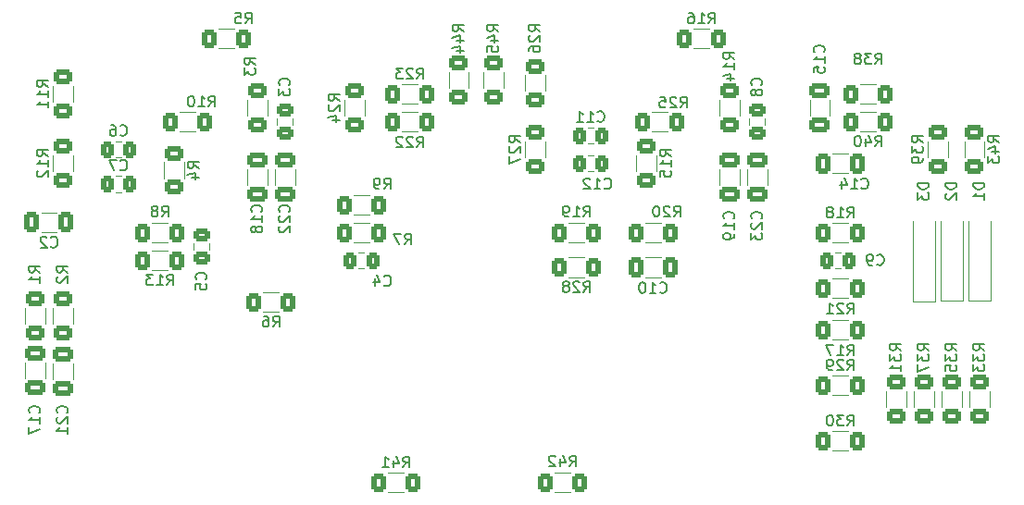
<source format=gbr>
%TF.GenerationSoftware,KiCad,Pcbnew,(6.0.10)*%
%TF.CreationDate,2023-04-08T13:29:20+03:00*%
%TF.ProjectId,DelSol_Modulator,44656c53-6f6c-45f4-9d6f-64756c61746f,rev?*%
%TF.SameCoordinates,Original*%
%TF.FileFunction,Legend,Bot*%
%TF.FilePolarity,Positive*%
%FSLAX46Y46*%
G04 Gerber Fmt 4.6, Leading zero omitted, Abs format (unit mm)*
G04 Created by KiCad (PCBNEW (6.0.10)) date 2023-04-08 13:29:20*
%MOMM*%
%LPD*%
G01*
G04 APERTURE LIST*
G04 Aperture macros list*
%AMRoundRect*
0 Rectangle with rounded corners*
0 $1 Rounding radius*
0 $2 $3 $4 $5 $6 $7 $8 $9 X,Y pos of 4 corners*
0 Add a 4 corners polygon primitive as box body*
4,1,4,$2,$3,$4,$5,$6,$7,$8,$9,$2,$3,0*
0 Add four circle primitives for the rounded corners*
1,1,$1+$1,$2,$3*
1,1,$1+$1,$4,$5*
1,1,$1+$1,$6,$7*
1,1,$1+$1,$8,$9*
0 Add four rect primitives between the rounded corners*
20,1,$1+$1,$2,$3,$4,$5,0*
20,1,$1+$1,$4,$5,$6,$7,0*
20,1,$1+$1,$6,$7,$8,$9,0*
20,1,$1+$1,$8,$9,$2,$3,0*%
G04 Aperture macros list end*
%ADD10C,0.150000*%
%ADD11C,0.120000*%
%ADD12C,3.200000*%
%ADD13R,1.700000X1.700000*%
%ADD14O,1.700000X1.700000*%
%ADD15R,1.600000X1.600000*%
%ADD16O,1.600000X1.600000*%
%ADD17RoundRect,0.250000X0.337500X0.475000X-0.337500X0.475000X-0.337500X-0.475000X0.337500X-0.475000X0*%
%ADD18RoundRect,0.250000X0.625000X-0.400000X0.625000X0.400000X-0.625000X0.400000X-0.625000X-0.400000X0*%
%ADD19RoundRect,0.250000X0.400000X0.625000X-0.400000X0.625000X-0.400000X-0.625000X0.400000X-0.625000X0*%
%ADD20RoundRect,0.250000X-0.625000X0.400000X-0.625000X-0.400000X0.625000X-0.400000X0.625000X0.400000X0*%
%ADD21R,1.700000X3.300000*%
%ADD22RoundRect,0.250000X0.650000X-0.412500X0.650000X0.412500X-0.650000X0.412500X-0.650000X-0.412500X0*%
%ADD23RoundRect,0.250000X-0.400000X-0.625000X0.400000X-0.625000X0.400000X0.625000X-0.400000X0.625000X0*%
%ADD24RoundRect,0.250000X-0.650000X0.412500X-0.650000X-0.412500X0.650000X-0.412500X0.650000X0.412500X0*%
%ADD25RoundRect,0.250000X0.475000X-0.337500X0.475000X0.337500X-0.475000X0.337500X-0.475000X-0.337500X0*%
%ADD26RoundRect,0.250000X-0.412500X-0.650000X0.412500X-0.650000X0.412500X0.650000X-0.412500X0.650000X0*%
%ADD27RoundRect,0.250000X0.412500X0.650000X-0.412500X0.650000X-0.412500X-0.650000X0.412500X-0.650000X0*%
%ADD28RoundRect,0.250000X-0.337500X-0.475000X0.337500X-0.475000X0.337500X0.475000X-0.337500X0.475000X0*%
G04 APERTURE END LIST*
D10*
X48426666Y-45022142D02*
X48474285Y-45069761D01*
X48617142Y-45117380D01*
X48712380Y-45117380D01*
X48855238Y-45069761D01*
X48950476Y-44974523D01*
X48998095Y-44879285D01*
X49045714Y-44688809D01*
X49045714Y-44545952D01*
X48998095Y-44355476D01*
X48950476Y-44260238D01*
X48855238Y-44165000D01*
X48712380Y-44117380D01*
X48617142Y-44117380D01*
X48474285Y-44165000D01*
X48426666Y-44212619D01*
X48093333Y-44117380D02*
X47426666Y-44117380D01*
X47855238Y-45117380D01*
X60777380Y-35393333D02*
X60301190Y-35060000D01*
X60777380Y-34821904D02*
X59777380Y-34821904D01*
X59777380Y-35202857D01*
X59825000Y-35298095D01*
X59872619Y-35345714D01*
X59967857Y-35393333D01*
X60110714Y-35393333D01*
X60205952Y-35345714D01*
X60253571Y-35298095D01*
X60301190Y-35202857D01*
X60301190Y-34821904D01*
X59777380Y-35726666D02*
X59777380Y-36345714D01*
X60158333Y-36012380D01*
X60158333Y-36155238D01*
X60205952Y-36250476D01*
X60253571Y-36298095D01*
X60348809Y-36345714D01*
X60586904Y-36345714D01*
X60682142Y-36298095D01*
X60729761Y-36250476D01*
X60777380Y-36155238D01*
X60777380Y-35869523D01*
X60729761Y-35774285D01*
X60682142Y-35726666D01*
X75572857Y-42997380D02*
X75906190Y-42521190D01*
X76144285Y-42997380D02*
X76144285Y-41997380D01*
X75763333Y-41997380D01*
X75668095Y-42045000D01*
X75620476Y-42092619D01*
X75572857Y-42187857D01*
X75572857Y-42330714D01*
X75620476Y-42425952D01*
X75668095Y-42473571D01*
X75763333Y-42521190D01*
X76144285Y-42521190D01*
X75191904Y-42092619D02*
X75144285Y-42045000D01*
X75049047Y-41997380D01*
X74810952Y-41997380D01*
X74715714Y-42045000D01*
X74668095Y-42092619D01*
X74620476Y-42187857D01*
X74620476Y-42283095D01*
X74668095Y-42425952D01*
X75239523Y-42997380D01*
X74620476Y-42997380D01*
X74239523Y-42092619D02*
X74191904Y-42045000D01*
X74096666Y-41997380D01*
X73858571Y-41997380D01*
X73763333Y-42045000D01*
X73715714Y-42092619D01*
X73668095Y-42187857D01*
X73668095Y-42283095D01*
X73715714Y-42425952D01*
X74287142Y-42997380D01*
X73668095Y-42997380D01*
X41812380Y-37457142D02*
X41336190Y-37123809D01*
X41812380Y-36885714D02*
X40812380Y-36885714D01*
X40812380Y-37266666D01*
X40860000Y-37361904D01*
X40907619Y-37409523D01*
X41002857Y-37457142D01*
X41145714Y-37457142D01*
X41240952Y-37409523D01*
X41288571Y-37361904D01*
X41336190Y-37266666D01*
X41336190Y-36885714D01*
X41812380Y-38409523D02*
X41812380Y-37838095D01*
X41812380Y-38123809D02*
X40812380Y-38123809D01*
X40955238Y-38028571D01*
X41050476Y-37933333D01*
X41098095Y-37838095D01*
X41812380Y-39361904D02*
X41812380Y-38790476D01*
X41812380Y-39076190D02*
X40812380Y-39076190D01*
X40955238Y-38980952D01*
X41050476Y-38885714D01*
X41098095Y-38790476D01*
X56522857Y-39272380D02*
X56856190Y-38796190D01*
X57094285Y-39272380D02*
X57094285Y-38272380D01*
X56713333Y-38272380D01*
X56618095Y-38320000D01*
X56570476Y-38367619D01*
X56522857Y-38462857D01*
X56522857Y-38605714D01*
X56570476Y-38700952D01*
X56618095Y-38748571D01*
X56713333Y-38796190D01*
X57094285Y-38796190D01*
X55570476Y-39272380D02*
X56141904Y-39272380D01*
X55856190Y-39272380D02*
X55856190Y-38272380D01*
X55951428Y-38415238D01*
X56046666Y-38510476D01*
X56141904Y-38558095D01*
X54951428Y-38272380D02*
X54856190Y-38272380D01*
X54760952Y-38320000D01*
X54713333Y-38367619D01*
X54665714Y-38462857D01*
X54618095Y-38653333D01*
X54618095Y-38891428D01*
X54665714Y-39081904D01*
X54713333Y-39177142D01*
X54760952Y-39224761D01*
X54856190Y-39272380D01*
X54951428Y-39272380D01*
X55046666Y-39224761D01*
X55094285Y-39177142D01*
X55141904Y-39081904D01*
X55189523Y-38891428D01*
X55189523Y-38653333D01*
X55141904Y-38462857D01*
X55094285Y-38367619D01*
X55046666Y-38320000D01*
X54951428Y-38272380D01*
X127452380Y-46251904D02*
X126452380Y-46251904D01*
X126452380Y-46490000D01*
X126500000Y-46632857D01*
X126595238Y-46728095D01*
X126690476Y-46775714D01*
X126880952Y-46823333D01*
X127023809Y-46823333D01*
X127214285Y-46775714D01*
X127309523Y-46728095D01*
X127404761Y-46632857D01*
X127452380Y-46490000D01*
X127452380Y-46251904D01*
X127452380Y-47775714D02*
X127452380Y-47204285D01*
X127452380Y-47490000D02*
X126452380Y-47490000D01*
X126595238Y-47394761D01*
X126690476Y-47299523D01*
X126738095Y-47204285D01*
X43537142Y-67302142D02*
X43584761Y-67254523D01*
X43632380Y-67111666D01*
X43632380Y-67016428D01*
X43584761Y-66873571D01*
X43489523Y-66778333D01*
X43394285Y-66730714D01*
X43203809Y-66683095D01*
X43060952Y-66683095D01*
X42870476Y-66730714D01*
X42775238Y-66778333D01*
X42680000Y-66873571D01*
X42632380Y-67016428D01*
X42632380Y-67111666D01*
X42680000Y-67254523D01*
X42727619Y-67302142D01*
X42727619Y-67683095D02*
X42680000Y-67730714D01*
X42632380Y-67825952D01*
X42632380Y-68064047D01*
X42680000Y-68159285D01*
X42727619Y-68206904D01*
X42822857Y-68254523D01*
X42918095Y-68254523D01*
X43060952Y-68206904D01*
X43632380Y-67635476D01*
X43632380Y-68254523D01*
X43632380Y-69206904D02*
X43632380Y-68635476D01*
X43632380Y-68921190D02*
X42632380Y-68921190D01*
X42775238Y-68825952D01*
X42870476Y-68730714D01*
X42918095Y-68635476D01*
X79827380Y-32377142D02*
X79351190Y-32043809D01*
X79827380Y-31805714D02*
X78827380Y-31805714D01*
X78827380Y-32186666D01*
X78875000Y-32281904D01*
X78922619Y-32329523D01*
X79017857Y-32377142D01*
X79160714Y-32377142D01*
X79255952Y-32329523D01*
X79303571Y-32281904D01*
X79351190Y-32186666D01*
X79351190Y-31805714D01*
X79160714Y-33234285D02*
X79827380Y-33234285D01*
X78779761Y-32996190D02*
X79494047Y-32758095D01*
X79494047Y-33377142D01*
X79160714Y-34186666D02*
X79827380Y-34186666D01*
X78779761Y-33948571D02*
X79494047Y-33710476D01*
X79494047Y-34329523D01*
X74461666Y-51887380D02*
X74795000Y-51411190D01*
X75033095Y-51887380D02*
X75033095Y-50887380D01*
X74652142Y-50887380D01*
X74556904Y-50935000D01*
X74509285Y-50982619D01*
X74461666Y-51077857D01*
X74461666Y-51220714D01*
X74509285Y-51315952D01*
X74556904Y-51363571D01*
X74652142Y-51411190D01*
X75033095Y-51411190D01*
X74128333Y-50887380D02*
X73461666Y-50887380D01*
X73890238Y-51887380D01*
X114942857Y-62047380D02*
X115276190Y-61571190D01*
X115514285Y-62047380D02*
X115514285Y-61047380D01*
X115133333Y-61047380D01*
X115038095Y-61095000D01*
X114990476Y-61142619D01*
X114942857Y-61237857D01*
X114942857Y-61380714D01*
X114990476Y-61475952D01*
X115038095Y-61523571D01*
X115133333Y-61571190D01*
X115514285Y-61571190D01*
X113990476Y-62047380D02*
X114561904Y-62047380D01*
X114276190Y-62047380D02*
X114276190Y-61047380D01*
X114371428Y-61190238D01*
X114466666Y-61285476D01*
X114561904Y-61333095D01*
X113657142Y-61047380D02*
X112990476Y-61047380D01*
X113419047Y-62047380D01*
X59856666Y-31652380D02*
X60190000Y-31176190D01*
X60428095Y-31652380D02*
X60428095Y-30652380D01*
X60047142Y-30652380D01*
X59951904Y-30700000D01*
X59904285Y-30747619D01*
X59856666Y-30842857D01*
X59856666Y-30985714D01*
X59904285Y-31080952D01*
X59951904Y-31128571D01*
X60047142Y-31176190D01*
X60428095Y-31176190D01*
X58951904Y-30652380D02*
X59428095Y-30652380D01*
X59475714Y-31128571D01*
X59428095Y-31080952D01*
X59332857Y-31033333D01*
X59094761Y-31033333D01*
X58999523Y-31080952D01*
X58951904Y-31128571D01*
X58904285Y-31223809D01*
X58904285Y-31461904D01*
X58951904Y-31557142D01*
X58999523Y-31604761D01*
X59094761Y-31652380D01*
X59332857Y-31652380D01*
X59428095Y-31604761D01*
X59475714Y-31557142D01*
X92082857Y-40587142D02*
X92130476Y-40634761D01*
X92273333Y-40682380D01*
X92368571Y-40682380D01*
X92511428Y-40634761D01*
X92606666Y-40539523D01*
X92654285Y-40444285D01*
X92701904Y-40253809D01*
X92701904Y-40110952D01*
X92654285Y-39920476D01*
X92606666Y-39825238D01*
X92511428Y-39730000D01*
X92368571Y-39682380D01*
X92273333Y-39682380D01*
X92130476Y-39730000D01*
X92082857Y-39777619D01*
X91130476Y-40682380D02*
X91701904Y-40682380D01*
X91416190Y-40682380D02*
X91416190Y-39682380D01*
X91511428Y-39825238D01*
X91606666Y-39920476D01*
X91701904Y-39968095D01*
X90178095Y-40682380D02*
X90749523Y-40682380D01*
X90463809Y-40682380D02*
X90463809Y-39682380D01*
X90559047Y-39825238D01*
X90654285Y-39920476D01*
X90749523Y-39968095D01*
X86812380Y-32377142D02*
X86336190Y-32043809D01*
X86812380Y-31805714D02*
X85812380Y-31805714D01*
X85812380Y-32186666D01*
X85860000Y-32281904D01*
X85907619Y-32329523D01*
X86002857Y-32377142D01*
X86145714Y-32377142D01*
X86240952Y-32329523D01*
X86288571Y-32281904D01*
X86336190Y-32186666D01*
X86336190Y-31805714D01*
X85907619Y-32758095D02*
X85860000Y-32805714D01*
X85812380Y-32900952D01*
X85812380Y-33139047D01*
X85860000Y-33234285D01*
X85907619Y-33281904D01*
X86002857Y-33329523D01*
X86098095Y-33329523D01*
X86240952Y-33281904D01*
X86812380Y-32710476D01*
X86812380Y-33329523D01*
X85812380Y-34186666D02*
X85812380Y-33996190D01*
X85860000Y-33900952D01*
X85907619Y-33853333D01*
X86050476Y-33758095D01*
X86240952Y-33710476D01*
X86621904Y-33710476D01*
X86717142Y-33758095D01*
X86764761Y-33805714D01*
X86812380Y-33900952D01*
X86812380Y-34091428D01*
X86764761Y-34186666D01*
X86717142Y-34234285D01*
X86621904Y-34281904D01*
X86383809Y-34281904D01*
X86288571Y-34234285D01*
X86240952Y-34186666D01*
X86193333Y-34091428D01*
X86193333Y-33900952D01*
X86240952Y-33805714D01*
X86288571Y-33758095D01*
X86383809Y-33710476D01*
X90812857Y-56247380D02*
X91146190Y-55771190D01*
X91384285Y-56247380D02*
X91384285Y-55247380D01*
X91003333Y-55247380D01*
X90908095Y-55295000D01*
X90860476Y-55342619D01*
X90812857Y-55437857D01*
X90812857Y-55580714D01*
X90860476Y-55675952D01*
X90908095Y-55723571D01*
X91003333Y-55771190D01*
X91384285Y-55771190D01*
X90431904Y-55342619D02*
X90384285Y-55295000D01*
X90289047Y-55247380D01*
X90050952Y-55247380D01*
X89955714Y-55295000D01*
X89908095Y-55342619D01*
X89860476Y-55437857D01*
X89860476Y-55533095D01*
X89908095Y-55675952D01*
X90479523Y-56247380D01*
X89860476Y-56247380D01*
X89289047Y-55675952D02*
X89384285Y-55628333D01*
X89431904Y-55580714D01*
X89479523Y-55485476D01*
X89479523Y-55437857D01*
X89431904Y-55342619D01*
X89384285Y-55295000D01*
X89289047Y-55247380D01*
X89098571Y-55247380D01*
X89003333Y-55295000D01*
X88955714Y-55342619D01*
X88908095Y-55437857D01*
X88908095Y-55485476D01*
X88955714Y-55580714D01*
X89003333Y-55628333D01*
X89098571Y-55675952D01*
X89289047Y-55675952D01*
X89384285Y-55723571D01*
X89431904Y-55771190D01*
X89479523Y-55866428D01*
X89479523Y-56056904D01*
X89431904Y-56152142D01*
X89384285Y-56199761D01*
X89289047Y-56247380D01*
X89098571Y-56247380D01*
X89003333Y-56199761D01*
X88955714Y-56152142D01*
X88908095Y-56056904D01*
X88908095Y-55866428D01*
X88955714Y-55771190D01*
X89003333Y-55723571D01*
X89098571Y-55675952D01*
X98792380Y-43807142D02*
X98316190Y-43473809D01*
X98792380Y-43235714D02*
X97792380Y-43235714D01*
X97792380Y-43616666D01*
X97840000Y-43711904D01*
X97887619Y-43759523D01*
X97982857Y-43807142D01*
X98125714Y-43807142D01*
X98220952Y-43759523D01*
X98268571Y-43711904D01*
X98316190Y-43616666D01*
X98316190Y-43235714D01*
X98792380Y-44759523D02*
X98792380Y-44188095D01*
X98792380Y-44473809D02*
X97792380Y-44473809D01*
X97935238Y-44378571D01*
X98030476Y-44283333D01*
X98078095Y-44188095D01*
X97792380Y-45664285D02*
X97792380Y-45188095D01*
X98268571Y-45140476D01*
X98220952Y-45188095D01*
X98173333Y-45283333D01*
X98173333Y-45521428D01*
X98220952Y-45616666D01*
X98268571Y-45664285D01*
X98363809Y-45711904D01*
X98601904Y-45711904D01*
X98697142Y-45664285D01*
X98744761Y-45616666D01*
X98792380Y-45521428D01*
X98792380Y-45283333D01*
X98744761Y-45188095D01*
X98697142Y-45140476D01*
X68482380Y-38727142D02*
X68006190Y-38393809D01*
X68482380Y-38155714D02*
X67482380Y-38155714D01*
X67482380Y-38536666D01*
X67530000Y-38631904D01*
X67577619Y-38679523D01*
X67672857Y-38727142D01*
X67815714Y-38727142D01*
X67910952Y-38679523D01*
X67958571Y-38631904D01*
X68006190Y-38536666D01*
X68006190Y-38155714D01*
X67577619Y-39108095D02*
X67530000Y-39155714D01*
X67482380Y-39250952D01*
X67482380Y-39489047D01*
X67530000Y-39584285D01*
X67577619Y-39631904D01*
X67672857Y-39679523D01*
X67768095Y-39679523D01*
X67910952Y-39631904D01*
X68482380Y-39060476D01*
X68482380Y-39679523D01*
X67815714Y-40536666D02*
X68482380Y-40536666D01*
X67434761Y-40298571D02*
X68149047Y-40060476D01*
X68149047Y-40679523D01*
X121822380Y-42537142D02*
X121346190Y-42203809D01*
X121822380Y-41965714D02*
X120822380Y-41965714D01*
X120822380Y-42346666D01*
X120870000Y-42441904D01*
X120917619Y-42489523D01*
X121012857Y-42537142D01*
X121155714Y-42537142D01*
X121250952Y-42489523D01*
X121298571Y-42441904D01*
X121346190Y-42346666D01*
X121346190Y-41965714D01*
X120822380Y-42870476D02*
X120822380Y-43489523D01*
X121203333Y-43156190D01*
X121203333Y-43299047D01*
X121250952Y-43394285D01*
X121298571Y-43441904D01*
X121393809Y-43489523D01*
X121631904Y-43489523D01*
X121727142Y-43441904D01*
X121774761Y-43394285D01*
X121822380Y-43299047D01*
X121822380Y-43013333D01*
X121774761Y-42918095D01*
X121727142Y-42870476D01*
X121822380Y-43965714D02*
X121822380Y-44156190D01*
X121774761Y-44251428D01*
X121727142Y-44299047D01*
X121584285Y-44394285D01*
X121393809Y-44441904D01*
X121012857Y-44441904D01*
X120917619Y-44394285D01*
X120870000Y-44346666D01*
X120822380Y-44251428D01*
X120822380Y-44060952D01*
X120870000Y-43965714D01*
X120917619Y-43918095D01*
X121012857Y-43870476D01*
X121250952Y-43870476D01*
X121346190Y-43918095D01*
X121393809Y-43965714D01*
X121441428Y-44060952D01*
X121441428Y-44251428D01*
X121393809Y-44346666D01*
X121346190Y-44394285D01*
X121250952Y-44441904D01*
X40997142Y-67302142D02*
X41044761Y-67254523D01*
X41092380Y-67111666D01*
X41092380Y-67016428D01*
X41044761Y-66873571D01*
X40949523Y-66778333D01*
X40854285Y-66730714D01*
X40663809Y-66683095D01*
X40520952Y-66683095D01*
X40330476Y-66730714D01*
X40235238Y-66778333D01*
X40140000Y-66873571D01*
X40092380Y-67016428D01*
X40092380Y-67111666D01*
X40140000Y-67254523D01*
X40187619Y-67302142D01*
X41092380Y-68254523D02*
X41092380Y-67683095D01*
X41092380Y-67968809D02*
X40092380Y-67968809D01*
X40235238Y-67873571D01*
X40330476Y-67778333D01*
X40378095Y-67683095D01*
X40092380Y-68587857D02*
X40092380Y-69254523D01*
X41092380Y-68825952D01*
X48426666Y-41857142D02*
X48474285Y-41904761D01*
X48617142Y-41952380D01*
X48712380Y-41952380D01*
X48855238Y-41904761D01*
X48950476Y-41809523D01*
X48998095Y-41714285D01*
X49045714Y-41523809D01*
X49045714Y-41380952D01*
X48998095Y-41190476D01*
X48950476Y-41095238D01*
X48855238Y-41000000D01*
X48712380Y-40952380D01*
X48617142Y-40952380D01*
X48474285Y-41000000D01*
X48426666Y-41047619D01*
X47569523Y-40952380D02*
X47760000Y-40952380D01*
X47855238Y-41000000D01*
X47902857Y-41047619D01*
X47998095Y-41190476D01*
X48045714Y-41380952D01*
X48045714Y-41761904D01*
X47998095Y-41857142D01*
X47950476Y-41904761D01*
X47855238Y-41952380D01*
X47664761Y-41952380D01*
X47569523Y-41904761D01*
X47521904Y-41857142D01*
X47474285Y-41761904D01*
X47474285Y-41523809D01*
X47521904Y-41428571D01*
X47569523Y-41380952D01*
X47664761Y-41333333D01*
X47855238Y-41333333D01*
X47950476Y-41380952D01*
X47998095Y-41428571D01*
X48045714Y-41523809D01*
X104592380Y-34917142D02*
X104116190Y-34583809D01*
X104592380Y-34345714D02*
X103592380Y-34345714D01*
X103592380Y-34726666D01*
X103640000Y-34821904D01*
X103687619Y-34869523D01*
X103782857Y-34917142D01*
X103925714Y-34917142D01*
X104020952Y-34869523D01*
X104068571Y-34821904D01*
X104116190Y-34726666D01*
X104116190Y-34345714D01*
X104592380Y-35869523D02*
X104592380Y-35298095D01*
X104592380Y-35583809D02*
X103592380Y-35583809D01*
X103735238Y-35488571D01*
X103830476Y-35393333D01*
X103878095Y-35298095D01*
X103925714Y-36726666D02*
X104592380Y-36726666D01*
X103544761Y-36488571D02*
X104259047Y-36250476D01*
X104259047Y-36869523D01*
X124912380Y-46251904D02*
X123912380Y-46251904D01*
X123912380Y-46490000D01*
X123960000Y-46632857D01*
X124055238Y-46728095D01*
X124150476Y-46775714D01*
X124340952Y-46823333D01*
X124483809Y-46823333D01*
X124674285Y-46775714D01*
X124769523Y-46728095D01*
X124864761Y-46632857D01*
X124912380Y-46490000D01*
X124912380Y-46251904D01*
X124007619Y-47204285D02*
X123960000Y-47251904D01*
X123912380Y-47347142D01*
X123912380Y-47585238D01*
X123960000Y-47680476D01*
X124007619Y-47728095D01*
X124102857Y-47775714D01*
X124198095Y-47775714D01*
X124340952Y-47728095D01*
X124912380Y-47156666D01*
X124912380Y-47775714D01*
X63857142Y-37298333D02*
X63904761Y-37250714D01*
X63952380Y-37107857D01*
X63952380Y-37012619D01*
X63904761Y-36869761D01*
X63809523Y-36774523D01*
X63714285Y-36726904D01*
X63523809Y-36679285D01*
X63380952Y-36679285D01*
X63190476Y-36726904D01*
X63095238Y-36774523D01*
X63000000Y-36869761D01*
X62952380Y-37012619D01*
X62952380Y-37107857D01*
X63000000Y-37250714D01*
X63047619Y-37298333D01*
X62952380Y-37631666D02*
X62952380Y-38250714D01*
X63333333Y-37917380D01*
X63333333Y-38060238D01*
X63380952Y-38155476D01*
X63428571Y-38203095D01*
X63523809Y-38250714D01*
X63761904Y-38250714D01*
X63857142Y-38203095D01*
X63904761Y-38155476D01*
X63952380Y-38060238D01*
X63952380Y-37774523D01*
X63904761Y-37679285D01*
X63857142Y-37631666D01*
X99652057Y-39365180D02*
X99985390Y-38888990D01*
X100223485Y-39365180D02*
X100223485Y-38365180D01*
X99842533Y-38365180D01*
X99747295Y-38412800D01*
X99699676Y-38460419D01*
X99652057Y-38555657D01*
X99652057Y-38698514D01*
X99699676Y-38793752D01*
X99747295Y-38841371D01*
X99842533Y-38888990D01*
X100223485Y-38888990D01*
X99271104Y-38460419D02*
X99223485Y-38412800D01*
X99128247Y-38365180D01*
X98890152Y-38365180D01*
X98794914Y-38412800D01*
X98747295Y-38460419D01*
X98699676Y-38555657D01*
X98699676Y-38650895D01*
X98747295Y-38793752D01*
X99318723Y-39365180D01*
X98699676Y-39365180D01*
X97794914Y-38365180D02*
X98271104Y-38365180D01*
X98318723Y-38841371D01*
X98271104Y-38793752D01*
X98175866Y-38746133D01*
X97937771Y-38746133D01*
X97842533Y-38793752D01*
X97794914Y-38841371D01*
X97747295Y-38936609D01*
X97747295Y-39174704D01*
X97794914Y-39269942D01*
X97842533Y-39317561D01*
X97937771Y-39365180D01*
X98175866Y-39365180D01*
X98271104Y-39317561D01*
X98318723Y-39269942D01*
X74302857Y-72292380D02*
X74636190Y-71816190D01*
X74874285Y-72292380D02*
X74874285Y-71292380D01*
X74493333Y-71292380D01*
X74398095Y-71340000D01*
X74350476Y-71387619D01*
X74302857Y-71482857D01*
X74302857Y-71625714D01*
X74350476Y-71720952D01*
X74398095Y-71768571D01*
X74493333Y-71816190D01*
X74874285Y-71816190D01*
X73445714Y-71625714D02*
X73445714Y-72292380D01*
X73683809Y-71244761D02*
X73921904Y-71959047D01*
X73302857Y-71959047D01*
X72398095Y-72292380D02*
X72969523Y-72292380D01*
X72683809Y-72292380D02*
X72683809Y-71292380D01*
X72779047Y-71435238D01*
X72874285Y-71530476D01*
X72969523Y-71578095D01*
X124912380Y-61587142D02*
X124436190Y-61253809D01*
X124912380Y-61015714D02*
X123912380Y-61015714D01*
X123912380Y-61396666D01*
X123960000Y-61491904D01*
X124007619Y-61539523D01*
X124102857Y-61587142D01*
X124245714Y-61587142D01*
X124340952Y-61539523D01*
X124388571Y-61491904D01*
X124436190Y-61396666D01*
X124436190Y-61015714D01*
X123912380Y-61920476D02*
X123912380Y-62539523D01*
X124293333Y-62206190D01*
X124293333Y-62349047D01*
X124340952Y-62444285D01*
X124388571Y-62491904D01*
X124483809Y-62539523D01*
X124721904Y-62539523D01*
X124817142Y-62491904D01*
X124864761Y-62444285D01*
X124912380Y-62349047D01*
X124912380Y-62063333D01*
X124864761Y-61968095D01*
X124817142Y-61920476D01*
X123912380Y-63444285D02*
X123912380Y-62968095D01*
X124388571Y-62920476D01*
X124340952Y-62968095D01*
X124293333Y-63063333D01*
X124293333Y-63301428D01*
X124340952Y-63396666D01*
X124388571Y-63444285D01*
X124483809Y-63491904D01*
X124721904Y-63491904D01*
X124817142Y-63444285D01*
X124864761Y-63396666D01*
X124912380Y-63301428D01*
X124912380Y-63063333D01*
X124864761Y-62968095D01*
X124817142Y-62920476D01*
X42086666Y-52067142D02*
X42134285Y-52114761D01*
X42277142Y-52162380D01*
X42372380Y-52162380D01*
X42515238Y-52114761D01*
X42610476Y-52019523D01*
X42658095Y-51924285D01*
X42705714Y-51733809D01*
X42705714Y-51590952D01*
X42658095Y-51400476D01*
X42610476Y-51305238D01*
X42515238Y-51210000D01*
X42372380Y-51162380D01*
X42277142Y-51162380D01*
X42134285Y-51210000D01*
X42086666Y-51257619D01*
X41705714Y-51257619D02*
X41658095Y-51210000D01*
X41562857Y-51162380D01*
X41324761Y-51162380D01*
X41229523Y-51210000D01*
X41181904Y-51257619D01*
X41134285Y-51352857D01*
X41134285Y-51448095D01*
X41181904Y-51590952D01*
X41753333Y-52162380D01*
X41134285Y-52162380D01*
X117482857Y-42912380D02*
X117816190Y-42436190D01*
X118054285Y-42912380D02*
X118054285Y-41912380D01*
X117673333Y-41912380D01*
X117578095Y-41960000D01*
X117530476Y-42007619D01*
X117482857Y-42102857D01*
X117482857Y-42245714D01*
X117530476Y-42340952D01*
X117578095Y-42388571D01*
X117673333Y-42436190D01*
X118054285Y-42436190D01*
X116625714Y-42245714D02*
X116625714Y-42912380D01*
X116863809Y-41864761D02*
X117101904Y-42579047D01*
X116482857Y-42579047D01*
X115911428Y-41912380D02*
X115816190Y-41912380D01*
X115720952Y-41960000D01*
X115673333Y-42007619D01*
X115625714Y-42102857D01*
X115578095Y-42293333D01*
X115578095Y-42531428D01*
X115625714Y-42721904D01*
X115673333Y-42817142D01*
X115720952Y-42864761D01*
X115816190Y-42912380D01*
X115911428Y-42912380D01*
X116006666Y-42864761D01*
X116054285Y-42817142D01*
X116101904Y-42721904D01*
X116149523Y-42531428D01*
X116149523Y-42293333D01*
X116101904Y-42102857D01*
X116054285Y-42007619D01*
X116006666Y-41960000D01*
X115911428Y-41912380D01*
X41092380Y-54443333D02*
X40616190Y-54110000D01*
X41092380Y-53871904D02*
X40092380Y-53871904D01*
X40092380Y-54252857D01*
X40140000Y-54348095D01*
X40187619Y-54395714D01*
X40282857Y-54443333D01*
X40425714Y-54443333D01*
X40520952Y-54395714D01*
X40568571Y-54348095D01*
X40616190Y-54252857D01*
X40616190Y-53871904D01*
X41092380Y-55395714D02*
X41092380Y-54824285D01*
X41092380Y-55110000D02*
X40092380Y-55110000D01*
X40235238Y-55014761D01*
X40330476Y-54919523D01*
X40378095Y-54824285D01*
X112752142Y-34282142D02*
X112799761Y-34234523D01*
X112847380Y-34091666D01*
X112847380Y-33996428D01*
X112799761Y-33853571D01*
X112704523Y-33758333D01*
X112609285Y-33710714D01*
X112418809Y-33663095D01*
X112275952Y-33663095D01*
X112085476Y-33710714D01*
X111990238Y-33758333D01*
X111895000Y-33853571D01*
X111847380Y-33996428D01*
X111847380Y-34091666D01*
X111895000Y-34234523D01*
X111942619Y-34282142D01*
X112847380Y-35234523D02*
X112847380Y-34663095D01*
X112847380Y-34948809D02*
X111847380Y-34948809D01*
X111990238Y-34853571D01*
X112085476Y-34758333D01*
X112133095Y-34663095D01*
X111847380Y-36139285D02*
X111847380Y-35663095D01*
X112323571Y-35615476D01*
X112275952Y-35663095D01*
X112228333Y-35758333D01*
X112228333Y-35996428D01*
X112275952Y-36091666D01*
X112323571Y-36139285D01*
X112418809Y-36186904D01*
X112656904Y-36186904D01*
X112752142Y-36139285D01*
X112799761Y-36091666D01*
X112847380Y-35996428D01*
X112847380Y-35758333D01*
X112799761Y-35663095D01*
X112752142Y-35615476D01*
X55612380Y-44918333D02*
X55136190Y-44585000D01*
X55612380Y-44346904D02*
X54612380Y-44346904D01*
X54612380Y-44727857D01*
X54660000Y-44823095D01*
X54707619Y-44870714D01*
X54802857Y-44918333D01*
X54945714Y-44918333D01*
X55040952Y-44870714D01*
X55088571Y-44823095D01*
X55136190Y-44727857D01*
X55136190Y-44346904D01*
X54945714Y-45775476D02*
X55612380Y-45775476D01*
X54564761Y-45537380D02*
X55279047Y-45299285D01*
X55279047Y-45918333D01*
X61317142Y-48887142D02*
X61364761Y-48839523D01*
X61412380Y-48696666D01*
X61412380Y-48601428D01*
X61364761Y-48458571D01*
X61269523Y-48363333D01*
X61174285Y-48315714D01*
X60983809Y-48268095D01*
X60840952Y-48268095D01*
X60650476Y-48315714D01*
X60555238Y-48363333D01*
X60460000Y-48458571D01*
X60412380Y-48601428D01*
X60412380Y-48696666D01*
X60460000Y-48839523D01*
X60507619Y-48887142D01*
X61412380Y-49839523D02*
X61412380Y-49268095D01*
X61412380Y-49553809D02*
X60412380Y-49553809D01*
X60555238Y-49458571D01*
X60650476Y-49363333D01*
X60698095Y-49268095D01*
X60840952Y-50410952D02*
X60793333Y-50315714D01*
X60745714Y-50268095D01*
X60650476Y-50220476D01*
X60602857Y-50220476D01*
X60507619Y-50268095D01*
X60460000Y-50315714D01*
X60412380Y-50410952D01*
X60412380Y-50601428D01*
X60460000Y-50696666D01*
X60507619Y-50744285D01*
X60602857Y-50791904D01*
X60650476Y-50791904D01*
X60745714Y-50744285D01*
X60793333Y-50696666D01*
X60840952Y-50601428D01*
X60840952Y-50410952D01*
X60888571Y-50315714D01*
X60936190Y-50268095D01*
X61031428Y-50220476D01*
X61221904Y-50220476D01*
X61317142Y-50268095D01*
X61364761Y-50315714D01*
X61412380Y-50410952D01*
X61412380Y-50601428D01*
X61364761Y-50696666D01*
X61317142Y-50744285D01*
X61221904Y-50791904D01*
X61031428Y-50791904D01*
X60936190Y-50744285D01*
X60888571Y-50696666D01*
X60840952Y-50601428D01*
X62396666Y-59422380D02*
X62730000Y-58946190D01*
X62968095Y-59422380D02*
X62968095Y-58422380D01*
X62587142Y-58422380D01*
X62491904Y-58470000D01*
X62444285Y-58517619D01*
X62396666Y-58612857D01*
X62396666Y-58755714D01*
X62444285Y-58850952D01*
X62491904Y-58898571D01*
X62587142Y-58946190D01*
X62968095Y-58946190D01*
X61539523Y-58422380D02*
X61730000Y-58422380D01*
X61825238Y-58470000D01*
X61872857Y-58517619D01*
X61968095Y-58660476D01*
X62015714Y-58850952D01*
X62015714Y-59231904D01*
X61968095Y-59327142D01*
X61920476Y-59374761D01*
X61825238Y-59422380D01*
X61634761Y-59422380D01*
X61539523Y-59374761D01*
X61491904Y-59327142D01*
X61444285Y-59231904D01*
X61444285Y-58993809D01*
X61491904Y-58898571D01*
X61539523Y-58850952D01*
X61634761Y-58803333D01*
X61825238Y-58803333D01*
X61920476Y-58850952D01*
X61968095Y-58898571D01*
X62015714Y-58993809D01*
X97797857Y-56237142D02*
X97845476Y-56284761D01*
X97988333Y-56332380D01*
X98083571Y-56332380D01*
X98226428Y-56284761D01*
X98321666Y-56189523D01*
X98369285Y-56094285D01*
X98416904Y-55903809D01*
X98416904Y-55760952D01*
X98369285Y-55570476D01*
X98321666Y-55475238D01*
X98226428Y-55380000D01*
X98083571Y-55332380D01*
X97988333Y-55332380D01*
X97845476Y-55380000D01*
X97797857Y-55427619D01*
X96845476Y-56332380D02*
X97416904Y-56332380D01*
X97131190Y-56332380D02*
X97131190Y-55332380D01*
X97226428Y-55475238D01*
X97321666Y-55570476D01*
X97416904Y-55618095D01*
X96226428Y-55332380D02*
X96131190Y-55332380D01*
X96035952Y-55380000D01*
X95988333Y-55427619D01*
X95940714Y-55522857D01*
X95893095Y-55713333D01*
X95893095Y-55951428D01*
X95940714Y-56141904D01*
X95988333Y-56237142D01*
X96035952Y-56284761D01*
X96131190Y-56332380D01*
X96226428Y-56332380D01*
X96321666Y-56284761D01*
X96369285Y-56237142D01*
X96416904Y-56141904D01*
X96464523Y-55951428D01*
X96464523Y-55713333D01*
X96416904Y-55522857D01*
X96369285Y-55427619D01*
X96321666Y-55380000D01*
X96226428Y-55332380D01*
X114942857Y-58237380D02*
X115276190Y-57761190D01*
X115514285Y-58237380D02*
X115514285Y-57237380D01*
X115133333Y-57237380D01*
X115038095Y-57285000D01*
X114990476Y-57332619D01*
X114942857Y-57427857D01*
X114942857Y-57570714D01*
X114990476Y-57665952D01*
X115038095Y-57713571D01*
X115133333Y-57761190D01*
X115514285Y-57761190D01*
X114561904Y-57332619D02*
X114514285Y-57285000D01*
X114419047Y-57237380D01*
X114180952Y-57237380D01*
X114085714Y-57285000D01*
X114038095Y-57332619D01*
X113990476Y-57427857D01*
X113990476Y-57523095D01*
X114038095Y-57665952D01*
X114609523Y-58237380D01*
X113990476Y-58237380D01*
X113038095Y-58237380D02*
X113609523Y-58237380D01*
X113323809Y-58237380D02*
X113323809Y-57237380D01*
X113419047Y-57380238D01*
X113514285Y-57475476D01*
X113609523Y-57523095D01*
X114942857Y-68482380D02*
X115276190Y-68006190D01*
X115514285Y-68482380D02*
X115514285Y-67482380D01*
X115133333Y-67482380D01*
X115038095Y-67530000D01*
X114990476Y-67577619D01*
X114942857Y-67672857D01*
X114942857Y-67815714D01*
X114990476Y-67910952D01*
X115038095Y-67958571D01*
X115133333Y-68006190D01*
X115514285Y-68006190D01*
X114609523Y-67482380D02*
X113990476Y-67482380D01*
X114323809Y-67863333D01*
X114180952Y-67863333D01*
X114085714Y-67910952D01*
X114038095Y-67958571D01*
X113990476Y-68053809D01*
X113990476Y-68291904D01*
X114038095Y-68387142D01*
X114085714Y-68434761D01*
X114180952Y-68482380D01*
X114466666Y-68482380D01*
X114561904Y-68434761D01*
X114609523Y-68387142D01*
X113371428Y-67482380D02*
X113276190Y-67482380D01*
X113180952Y-67530000D01*
X113133333Y-67577619D01*
X113085714Y-67672857D01*
X113038095Y-67863333D01*
X113038095Y-68101428D01*
X113085714Y-68291904D01*
X113133333Y-68387142D01*
X113180952Y-68434761D01*
X113276190Y-68482380D01*
X113371428Y-68482380D01*
X113466666Y-68434761D01*
X113514285Y-68387142D01*
X113561904Y-68291904D01*
X113609523Y-68101428D01*
X113609523Y-67863333D01*
X113561904Y-67672857D01*
X113514285Y-67577619D01*
X113466666Y-67530000D01*
X113371428Y-67482380D01*
X122372380Y-46251904D02*
X121372380Y-46251904D01*
X121372380Y-46490000D01*
X121420000Y-46632857D01*
X121515238Y-46728095D01*
X121610476Y-46775714D01*
X121800952Y-46823333D01*
X121943809Y-46823333D01*
X122134285Y-46775714D01*
X122229523Y-46728095D01*
X122324761Y-46632857D01*
X122372380Y-46490000D01*
X122372380Y-46251904D01*
X121372380Y-47156666D02*
X121372380Y-47775714D01*
X121753333Y-47442380D01*
X121753333Y-47585238D01*
X121800952Y-47680476D01*
X121848571Y-47728095D01*
X121943809Y-47775714D01*
X122181904Y-47775714D01*
X122277142Y-47728095D01*
X122324761Y-47680476D01*
X122372380Y-47585238D01*
X122372380Y-47299523D01*
X122324761Y-47204285D01*
X122277142Y-47156666D01*
X104497142Y-49522142D02*
X104544761Y-49474523D01*
X104592380Y-49331666D01*
X104592380Y-49236428D01*
X104544761Y-49093571D01*
X104449523Y-48998333D01*
X104354285Y-48950714D01*
X104163809Y-48903095D01*
X104020952Y-48903095D01*
X103830476Y-48950714D01*
X103735238Y-48998333D01*
X103640000Y-49093571D01*
X103592380Y-49236428D01*
X103592380Y-49331666D01*
X103640000Y-49474523D01*
X103687619Y-49522142D01*
X104592380Y-50474523D02*
X104592380Y-49903095D01*
X104592380Y-50188809D02*
X103592380Y-50188809D01*
X103735238Y-50093571D01*
X103830476Y-49998333D01*
X103878095Y-49903095D01*
X104592380Y-50950714D02*
X104592380Y-51141190D01*
X104544761Y-51236428D01*
X104497142Y-51284047D01*
X104354285Y-51379285D01*
X104163809Y-51426904D01*
X103782857Y-51426904D01*
X103687619Y-51379285D01*
X103640000Y-51331666D01*
X103592380Y-51236428D01*
X103592380Y-51045952D01*
X103640000Y-50950714D01*
X103687619Y-50903095D01*
X103782857Y-50855476D01*
X104020952Y-50855476D01*
X104116190Y-50903095D01*
X104163809Y-50950714D01*
X104211428Y-51045952D01*
X104211428Y-51236428D01*
X104163809Y-51331666D01*
X104116190Y-51379285D01*
X104020952Y-51426904D01*
X75572857Y-36732380D02*
X75906190Y-36256190D01*
X76144285Y-36732380D02*
X76144285Y-35732380D01*
X75763333Y-35732380D01*
X75668095Y-35780000D01*
X75620476Y-35827619D01*
X75572857Y-35922857D01*
X75572857Y-36065714D01*
X75620476Y-36160952D01*
X75668095Y-36208571D01*
X75763333Y-36256190D01*
X76144285Y-36256190D01*
X75191904Y-35827619D02*
X75144285Y-35780000D01*
X75049047Y-35732380D01*
X74810952Y-35732380D01*
X74715714Y-35780000D01*
X74668095Y-35827619D01*
X74620476Y-35922857D01*
X74620476Y-36018095D01*
X74668095Y-36160952D01*
X75239523Y-36732380D01*
X74620476Y-36732380D01*
X74287142Y-35732380D02*
X73668095Y-35732380D01*
X74001428Y-36113333D01*
X73858571Y-36113333D01*
X73763333Y-36160952D01*
X73715714Y-36208571D01*
X73668095Y-36303809D01*
X73668095Y-36541904D01*
X73715714Y-36637142D01*
X73763333Y-36684761D01*
X73858571Y-36732380D01*
X74144285Y-36732380D01*
X74239523Y-36684761D01*
X74287142Y-36637142D01*
X43632380Y-54443333D02*
X43156190Y-54110000D01*
X43632380Y-53871904D02*
X42632380Y-53871904D01*
X42632380Y-54252857D01*
X42680000Y-54348095D01*
X42727619Y-54395714D01*
X42822857Y-54443333D01*
X42965714Y-54443333D01*
X43060952Y-54395714D01*
X43108571Y-54348095D01*
X43156190Y-54252857D01*
X43156190Y-53871904D01*
X42727619Y-54824285D02*
X42680000Y-54871904D01*
X42632380Y-54967142D01*
X42632380Y-55205238D01*
X42680000Y-55300476D01*
X42727619Y-55348095D01*
X42822857Y-55395714D01*
X42918095Y-55395714D01*
X43060952Y-55348095D01*
X43632380Y-54776666D01*
X43632380Y-55395714D01*
X72556666Y-46807380D02*
X72890000Y-46331190D01*
X73128095Y-46807380D02*
X73128095Y-45807380D01*
X72747142Y-45807380D01*
X72651904Y-45855000D01*
X72604285Y-45902619D01*
X72556666Y-45997857D01*
X72556666Y-46140714D01*
X72604285Y-46235952D01*
X72651904Y-46283571D01*
X72747142Y-46331190D01*
X73128095Y-46331190D01*
X72080476Y-46807380D02*
X71890000Y-46807380D01*
X71794761Y-46759761D01*
X71747142Y-46712142D01*
X71651904Y-46569285D01*
X71604285Y-46378809D01*
X71604285Y-45997857D01*
X71651904Y-45902619D01*
X71699523Y-45855000D01*
X71794761Y-45807380D01*
X71985238Y-45807380D01*
X72080476Y-45855000D01*
X72128095Y-45902619D01*
X72175714Y-45997857D01*
X72175714Y-46235952D01*
X72128095Y-46331190D01*
X72080476Y-46378809D01*
X71985238Y-46426428D01*
X71794761Y-46426428D01*
X71699523Y-46378809D01*
X71651904Y-46331190D01*
X71604285Y-46235952D01*
X56237142Y-55078333D02*
X56284761Y-55030714D01*
X56332380Y-54887857D01*
X56332380Y-54792619D01*
X56284761Y-54649761D01*
X56189523Y-54554523D01*
X56094285Y-54506904D01*
X55903809Y-54459285D01*
X55760952Y-54459285D01*
X55570476Y-54506904D01*
X55475238Y-54554523D01*
X55380000Y-54649761D01*
X55332380Y-54792619D01*
X55332380Y-54887857D01*
X55380000Y-55030714D01*
X55427619Y-55078333D01*
X55332380Y-55983095D02*
X55332380Y-55506904D01*
X55808571Y-55459285D01*
X55760952Y-55506904D01*
X55713333Y-55602142D01*
X55713333Y-55840238D01*
X55760952Y-55935476D01*
X55808571Y-55983095D01*
X55903809Y-56030714D01*
X56141904Y-56030714D01*
X56237142Y-55983095D01*
X56284761Y-55935476D01*
X56332380Y-55840238D01*
X56332380Y-55602142D01*
X56284761Y-55506904D01*
X56237142Y-55459285D01*
X119832380Y-61587142D02*
X119356190Y-61253809D01*
X119832380Y-61015714D02*
X118832380Y-61015714D01*
X118832380Y-61396666D01*
X118880000Y-61491904D01*
X118927619Y-61539523D01*
X119022857Y-61587142D01*
X119165714Y-61587142D01*
X119260952Y-61539523D01*
X119308571Y-61491904D01*
X119356190Y-61396666D01*
X119356190Y-61015714D01*
X118832380Y-61920476D02*
X118832380Y-62539523D01*
X119213333Y-62206190D01*
X119213333Y-62349047D01*
X119260952Y-62444285D01*
X119308571Y-62491904D01*
X119403809Y-62539523D01*
X119641904Y-62539523D01*
X119737142Y-62491904D01*
X119784761Y-62444285D01*
X119832380Y-62349047D01*
X119832380Y-62063333D01*
X119784761Y-61968095D01*
X119737142Y-61920476D01*
X119832380Y-63491904D02*
X119832380Y-62920476D01*
X119832380Y-63206190D02*
X118832380Y-63206190D01*
X118975238Y-63110952D01*
X119070476Y-63015714D01*
X119118095Y-62920476D01*
X52236666Y-49347380D02*
X52570000Y-48871190D01*
X52808095Y-49347380D02*
X52808095Y-48347380D01*
X52427142Y-48347380D01*
X52331904Y-48395000D01*
X52284285Y-48442619D01*
X52236666Y-48537857D01*
X52236666Y-48680714D01*
X52284285Y-48775952D01*
X52331904Y-48823571D01*
X52427142Y-48871190D01*
X52808095Y-48871190D01*
X51665238Y-48775952D02*
X51760476Y-48728333D01*
X51808095Y-48680714D01*
X51855714Y-48585476D01*
X51855714Y-48537857D01*
X51808095Y-48442619D01*
X51760476Y-48395000D01*
X51665238Y-48347380D01*
X51474761Y-48347380D01*
X51379523Y-48395000D01*
X51331904Y-48442619D01*
X51284285Y-48537857D01*
X51284285Y-48585476D01*
X51331904Y-48680714D01*
X51379523Y-48728333D01*
X51474761Y-48775952D01*
X51665238Y-48775952D01*
X51760476Y-48823571D01*
X51808095Y-48871190D01*
X51855714Y-48966428D01*
X51855714Y-49156904D01*
X51808095Y-49252142D01*
X51760476Y-49299761D01*
X51665238Y-49347380D01*
X51474761Y-49347380D01*
X51379523Y-49299761D01*
X51331904Y-49252142D01*
X51284285Y-49156904D01*
X51284285Y-48966428D01*
X51331904Y-48871190D01*
X51379523Y-48823571D01*
X51474761Y-48775952D01*
X116212857Y-46712142D02*
X116260476Y-46759761D01*
X116403333Y-46807380D01*
X116498571Y-46807380D01*
X116641428Y-46759761D01*
X116736666Y-46664523D01*
X116784285Y-46569285D01*
X116831904Y-46378809D01*
X116831904Y-46235952D01*
X116784285Y-46045476D01*
X116736666Y-45950238D01*
X116641428Y-45855000D01*
X116498571Y-45807380D01*
X116403333Y-45807380D01*
X116260476Y-45855000D01*
X116212857Y-45902619D01*
X115260476Y-46807380D02*
X115831904Y-46807380D01*
X115546190Y-46807380D02*
X115546190Y-45807380D01*
X115641428Y-45950238D01*
X115736666Y-46045476D01*
X115831904Y-46093095D01*
X114403333Y-46140714D02*
X114403333Y-46807380D01*
X114641428Y-45759761D02*
X114879523Y-46474047D01*
X114260476Y-46474047D01*
X127452380Y-61587142D02*
X126976190Y-61253809D01*
X127452380Y-61015714D02*
X126452380Y-61015714D01*
X126452380Y-61396666D01*
X126500000Y-61491904D01*
X126547619Y-61539523D01*
X126642857Y-61587142D01*
X126785714Y-61587142D01*
X126880952Y-61539523D01*
X126928571Y-61491904D01*
X126976190Y-61396666D01*
X126976190Y-61015714D01*
X126452380Y-61920476D02*
X126452380Y-62539523D01*
X126833333Y-62206190D01*
X126833333Y-62349047D01*
X126880952Y-62444285D01*
X126928571Y-62491904D01*
X127023809Y-62539523D01*
X127261904Y-62539523D01*
X127357142Y-62491904D01*
X127404761Y-62444285D01*
X127452380Y-62349047D01*
X127452380Y-62063333D01*
X127404761Y-61968095D01*
X127357142Y-61920476D01*
X126452380Y-62872857D02*
X126452380Y-63491904D01*
X126833333Y-63158571D01*
X126833333Y-63301428D01*
X126880952Y-63396666D01*
X126928571Y-63444285D01*
X127023809Y-63491904D01*
X127261904Y-63491904D01*
X127357142Y-63444285D01*
X127404761Y-63396666D01*
X127452380Y-63301428D01*
X127452380Y-63015714D01*
X127404761Y-62920476D01*
X127357142Y-62872857D01*
X41812380Y-43807142D02*
X41336190Y-43473809D01*
X41812380Y-43235714D02*
X40812380Y-43235714D01*
X40812380Y-43616666D01*
X40860000Y-43711904D01*
X40907619Y-43759523D01*
X41002857Y-43807142D01*
X41145714Y-43807142D01*
X41240952Y-43759523D01*
X41288571Y-43711904D01*
X41336190Y-43616666D01*
X41336190Y-43235714D01*
X41812380Y-44759523D02*
X41812380Y-44188095D01*
X41812380Y-44473809D02*
X40812380Y-44473809D01*
X40955238Y-44378571D01*
X41050476Y-44283333D01*
X41098095Y-44188095D01*
X40907619Y-45140476D02*
X40860000Y-45188095D01*
X40812380Y-45283333D01*
X40812380Y-45521428D01*
X40860000Y-45616666D01*
X40907619Y-45664285D01*
X41002857Y-45711904D01*
X41098095Y-45711904D01*
X41240952Y-45664285D01*
X41812380Y-45092857D01*
X41812380Y-45711904D01*
X117482857Y-35377380D02*
X117816190Y-34901190D01*
X118054285Y-35377380D02*
X118054285Y-34377380D01*
X117673333Y-34377380D01*
X117578095Y-34425000D01*
X117530476Y-34472619D01*
X117482857Y-34567857D01*
X117482857Y-34710714D01*
X117530476Y-34805952D01*
X117578095Y-34853571D01*
X117673333Y-34901190D01*
X118054285Y-34901190D01*
X117149523Y-34377380D02*
X116530476Y-34377380D01*
X116863809Y-34758333D01*
X116720952Y-34758333D01*
X116625714Y-34805952D01*
X116578095Y-34853571D01*
X116530476Y-34948809D01*
X116530476Y-35186904D01*
X116578095Y-35282142D01*
X116625714Y-35329761D01*
X116720952Y-35377380D01*
X117006666Y-35377380D01*
X117101904Y-35329761D01*
X117149523Y-35282142D01*
X115959047Y-34805952D02*
X116054285Y-34758333D01*
X116101904Y-34710714D01*
X116149523Y-34615476D01*
X116149523Y-34567857D01*
X116101904Y-34472619D01*
X116054285Y-34425000D01*
X115959047Y-34377380D01*
X115768571Y-34377380D01*
X115673333Y-34425000D01*
X115625714Y-34472619D01*
X115578095Y-34567857D01*
X115578095Y-34615476D01*
X115625714Y-34710714D01*
X115673333Y-34758333D01*
X115768571Y-34805952D01*
X115959047Y-34805952D01*
X116054285Y-34853571D01*
X116101904Y-34901190D01*
X116149523Y-34996428D01*
X116149523Y-35186904D01*
X116101904Y-35282142D01*
X116054285Y-35329761D01*
X115959047Y-35377380D01*
X115768571Y-35377380D01*
X115673333Y-35329761D01*
X115625714Y-35282142D01*
X115578095Y-35186904D01*
X115578095Y-34996428D01*
X115625714Y-34901190D01*
X115673333Y-34853571D01*
X115768571Y-34805952D01*
X114942857Y-49432380D02*
X115276190Y-48956190D01*
X115514285Y-49432380D02*
X115514285Y-48432380D01*
X115133333Y-48432380D01*
X115038095Y-48480000D01*
X114990476Y-48527619D01*
X114942857Y-48622857D01*
X114942857Y-48765714D01*
X114990476Y-48860952D01*
X115038095Y-48908571D01*
X115133333Y-48956190D01*
X115514285Y-48956190D01*
X113990476Y-49432380D02*
X114561904Y-49432380D01*
X114276190Y-49432380D02*
X114276190Y-48432380D01*
X114371428Y-48575238D01*
X114466666Y-48670476D01*
X114561904Y-48718095D01*
X113419047Y-48860952D02*
X113514285Y-48813333D01*
X113561904Y-48765714D01*
X113609523Y-48670476D01*
X113609523Y-48622857D01*
X113561904Y-48527619D01*
X113514285Y-48480000D01*
X113419047Y-48432380D01*
X113228571Y-48432380D01*
X113133333Y-48480000D01*
X113085714Y-48527619D01*
X113038095Y-48622857D01*
X113038095Y-48670476D01*
X113085714Y-48765714D01*
X113133333Y-48813333D01*
X113228571Y-48860952D01*
X113419047Y-48860952D01*
X113514285Y-48908571D01*
X113561904Y-48956190D01*
X113609523Y-49051428D01*
X113609523Y-49241904D01*
X113561904Y-49337142D01*
X113514285Y-49384761D01*
X113419047Y-49432380D01*
X113228571Y-49432380D01*
X113133333Y-49384761D01*
X113085714Y-49337142D01*
X113038095Y-49241904D01*
X113038095Y-49051428D01*
X113085714Y-48956190D01*
X113133333Y-48908571D01*
X113228571Y-48860952D01*
X72556666Y-55602142D02*
X72604285Y-55649761D01*
X72747142Y-55697380D01*
X72842380Y-55697380D01*
X72985238Y-55649761D01*
X73080476Y-55554523D01*
X73128095Y-55459285D01*
X73175714Y-55268809D01*
X73175714Y-55125952D01*
X73128095Y-54935476D01*
X73080476Y-54840238D01*
X72985238Y-54745000D01*
X72842380Y-54697380D01*
X72747142Y-54697380D01*
X72604285Y-54745000D01*
X72556666Y-54792619D01*
X71699523Y-55030714D02*
X71699523Y-55697380D01*
X71937619Y-54649761D02*
X72175714Y-55364047D01*
X71556666Y-55364047D01*
X99067857Y-49347380D02*
X99401190Y-48871190D01*
X99639285Y-49347380D02*
X99639285Y-48347380D01*
X99258333Y-48347380D01*
X99163095Y-48395000D01*
X99115476Y-48442619D01*
X99067857Y-48537857D01*
X99067857Y-48680714D01*
X99115476Y-48775952D01*
X99163095Y-48823571D01*
X99258333Y-48871190D01*
X99639285Y-48871190D01*
X98686904Y-48442619D02*
X98639285Y-48395000D01*
X98544047Y-48347380D01*
X98305952Y-48347380D01*
X98210714Y-48395000D01*
X98163095Y-48442619D01*
X98115476Y-48537857D01*
X98115476Y-48633095D01*
X98163095Y-48775952D01*
X98734523Y-49347380D01*
X98115476Y-49347380D01*
X97496428Y-48347380D02*
X97401190Y-48347380D01*
X97305952Y-48395000D01*
X97258333Y-48442619D01*
X97210714Y-48537857D01*
X97163095Y-48728333D01*
X97163095Y-48966428D01*
X97210714Y-49156904D01*
X97258333Y-49252142D01*
X97305952Y-49299761D01*
X97401190Y-49347380D01*
X97496428Y-49347380D01*
X97591666Y-49299761D01*
X97639285Y-49252142D01*
X97686904Y-49156904D01*
X97734523Y-48966428D01*
X97734523Y-48728333D01*
X97686904Y-48537857D01*
X97639285Y-48442619D01*
X97591666Y-48395000D01*
X97496428Y-48347380D01*
X107037142Y-49522142D02*
X107084761Y-49474523D01*
X107132380Y-49331666D01*
X107132380Y-49236428D01*
X107084761Y-49093571D01*
X106989523Y-48998333D01*
X106894285Y-48950714D01*
X106703809Y-48903095D01*
X106560952Y-48903095D01*
X106370476Y-48950714D01*
X106275238Y-48998333D01*
X106180000Y-49093571D01*
X106132380Y-49236428D01*
X106132380Y-49331666D01*
X106180000Y-49474523D01*
X106227619Y-49522142D01*
X106227619Y-49903095D02*
X106180000Y-49950714D01*
X106132380Y-50045952D01*
X106132380Y-50284047D01*
X106180000Y-50379285D01*
X106227619Y-50426904D01*
X106322857Y-50474523D01*
X106418095Y-50474523D01*
X106560952Y-50426904D01*
X107132380Y-49855476D01*
X107132380Y-50474523D01*
X106132380Y-50807857D02*
X106132380Y-51426904D01*
X106513333Y-51093571D01*
X106513333Y-51236428D01*
X106560952Y-51331666D01*
X106608571Y-51379285D01*
X106703809Y-51426904D01*
X106941904Y-51426904D01*
X107037142Y-51379285D01*
X107084761Y-51331666D01*
X107132380Y-51236428D01*
X107132380Y-50950714D01*
X107084761Y-50855476D01*
X107037142Y-50807857D01*
X83002380Y-32377142D02*
X82526190Y-32043809D01*
X83002380Y-31805714D02*
X82002380Y-31805714D01*
X82002380Y-32186666D01*
X82050000Y-32281904D01*
X82097619Y-32329523D01*
X82192857Y-32377142D01*
X82335714Y-32377142D01*
X82430952Y-32329523D01*
X82478571Y-32281904D01*
X82526190Y-32186666D01*
X82526190Y-31805714D01*
X82335714Y-33234285D02*
X83002380Y-33234285D01*
X81954761Y-32996190D02*
X82669047Y-32758095D01*
X82669047Y-33377142D01*
X82002380Y-34234285D02*
X82002380Y-33758095D01*
X82478571Y-33710476D01*
X82430952Y-33758095D01*
X82383333Y-33853333D01*
X82383333Y-34091428D01*
X82430952Y-34186666D01*
X82478571Y-34234285D01*
X82573809Y-34281904D01*
X82811904Y-34281904D01*
X82907142Y-34234285D01*
X82954761Y-34186666D01*
X83002380Y-34091428D01*
X83002380Y-33853333D01*
X82954761Y-33758095D01*
X82907142Y-33710476D01*
X128802380Y-42537142D02*
X128326190Y-42203809D01*
X128802380Y-41965714D02*
X127802380Y-41965714D01*
X127802380Y-42346666D01*
X127850000Y-42441904D01*
X127897619Y-42489523D01*
X127992857Y-42537142D01*
X128135714Y-42537142D01*
X128230952Y-42489523D01*
X128278571Y-42441904D01*
X128326190Y-42346666D01*
X128326190Y-41965714D01*
X128135714Y-43394285D02*
X128802380Y-43394285D01*
X127754761Y-43156190D02*
X128469047Y-42918095D01*
X128469047Y-43537142D01*
X127802380Y-43822857D02*
X127802380Y-44441904D01*
X128183333Y-44108571D01*
X128183333Y-44251428D01*
X128230952Y-44346666D01*
X128278571Y-44394285D01*
X128373809Y-44441904D01*
X128611904Y-44441904D01*
X128707142Y-44394285D01*
X128754761Y-44346666D01*
X128802380Y-44251428D01*
X128802380Y-43965714D01*
X128754761Y-43870476D01*
X128707142Y-43822857D01*
X84992380Y-42537142D02*
X84516190Y-42203809D01*
X84992380Y-41965714D02*
X83992380Y-41965714D01*
X83992380Y-42346666D01*
X84040000Y-42441904D01*
X84087619Y-42489523D01*
X84182857Y-42537142D01*
X84325714Y-42537142D01*
X84420952Y-42489523D01*
X84468571Y-42441904D01*
X84516190Y-42346666D01*
X84516190Y-41965714D01*
X84087619Y-42918095D02*
X84040000Y-42965714D01*
X83992380Y-43060952D01*
X83992380Y-43299047D01*
X84040000Y-43394285D01*
X84087619Y-43441904D01*
X84182857Y-43489523D01*
X84278095Y-43489523D01*
X84420952Y-43441904D01*
X84992380Y-42870476D01*
X84992380Y-43489523D01*
X83992380Y-43822857D02*
X83992380Y-44489523D01*
X84992380Y-44060952D01*
X114942857Y-63402380D02*
X115276190Y-62926190D01*
X115514285Y-63402380D02*
X115514285Y-62402380D01*
X115133333Y-62402380D01*
X115038095Y-62450000D01*
X114990476Y-62497619D01*
X114942857Y-62592857D01*
X114942857Y-62735714D01*
X114990476Y-62830952D01*
X115038095Y-62878571D01*
X115133333Y-62926190D01*
X115514285Y-62926190D01*
X114561904Y-62497619D02*
X114514285Y-62450000D01*
X114419047Y-62402380D01*
X114180952Y-62402380D01*
X114085714Y-62450000D01*
X114038095Y-62497619D01*
X113990476Y-62592857D01*
X113990476Y-62688095D01*
X114038095Y-62830952D01*
X114609523Y-63402380D01*
X113990476Y-63402380D01*
X113514285Y-63402380D02*
X113323809Y-63402380D01*
X113228571Y-63354761D01*
X113180952Y-63307142D01*
X113085714Y-63164285D01*
X113038095Y-62973809D01*
X113038095Y-62592857D01*
X113085714Y-62497619D01*
X113133333Y-62450000D01*
X113228571Y-62402380D01*
X113419047Y-62402380D01*
X113514285Y-62450000D01*
X113561904Y-62497619D01*
X113609523Y-62592857D01*
X113609523Y-62830952D01*
X113561904Y-62926190D01*
X113514285Y-62973809D01*
X113419047Y-63021428D01*
X113228571Y-63021428D01*
X113133333Y-62973809D01*
X113085714Y-62926190D01*
X113038095Y-62830952D01*
X63857142Y-48887142D02*
X63904761Y-48839523D01*
X63952380Y-48696666D01*
X63952380Y-48601428D01*
X63904761Y-48458571D01*
X63809523Y-48363333D01*
X63714285Y-48315714D01*
X63523809Y-48268095D01*
X63380952Y-48268095D01*
X63190476Y-48315714D01*
X63095238Y-48363333D01*
X63000000Y-48458571D01*
X62952380Y-48601428D01*
X62952380Y-48696666D01*
X63000000Y-48839523D01*
X63047619Y-48887142D01*
X63047619Y-49268095D02*
X63000000Y-49315714D01*
X62952380Y-49410952D01*
X62952380Y-49649047D01*
X63000000Y-49744285D01*
X63047619Y-49791904D01*
X63142857Y-49839523D01*
X63238095Y-49839523D01*
X63380952Y-49791904D01*
X63952380Y-49220476D01*
X63952380Y-49839523D01*
X63047619Y-50220476D02*
X63000000Y-50268095D01*
X62952380Y-50363333D01*
X62952380Y-50601428D01*
X63000000Y-50696666D01*
X63047619Y-50744285D01*
X63142857Y-50791904D01*
X63238095Y-50791904D01*
X63380952Y-50744285D01*
X63952380Y-50172857D01*
X63952380Y-50791904D01*
X107037142Y-37298333D02*
X107084761Y-37250714D01*
X107132380Y-37107857D01*
X107132380Y-37012619D01*
X107084761Y-36869761D01*
X106989523Y-36774523D01*
X106894285Y-36726904D01*
X106703809Y-36679285D01*
X106560952Y-36679285D01*
X106370476Y-36726904D01*
X106275238Y-36774523D01*
X106180000Y-36869761D01*
X106132380Y-37012619D01*
X106132380Y-37107857D01*
X106180000Y-37250714D01*
X106227619Y-37298333D01*
X106560952Y-37869761D02*
X106513333Y-37774523D01*
X106465714Y-37726904D01*
X106370476Y-37679285D01*
X106322857Y-37679285D01*
X106227619Y-37726904D01*
X106180000Y-37774523D01*
X106132380Y-37869761D01*
X106132380Y-38060238D01*
X106180000Y-38155476D01*
X106227619Y-38203095D01*
X106322857Y-38250714D01*
X106370476Y-38250714D01*
X106465714Y-38203095D01*
X106513333Y-38155476D01*
X106560952Y-38060238D01*
X106560952Y-37869761D01*
X106608571Y-37774523D01*
X106656190Y-37726904D01*
X106751428Y-37679285D01*
X106941904Y-37679285D01*
X107037142Y-37726904D01*
X107084761Y-37774523D01*
X107132380Y-37869761D01*
X107132380Y-38060238D01*
X107084761Y-38155476D01*
X107037142Y-38203095D01*
X106941904Y-38250714D01*
X106751428Y-38250714D01*
X106656190Y-38203095D01*
X106608571Y-38155476D01*
X106560952Y-38060238D01*
X89542857Y-72207380D02*
X89876190Y-71731190D01*
X90114285Y-72207380D02*
X90114285Y-71207380D01*
X89733333Y-71207380D01*
X89638095Y-71255000D01*
X89590476Y-71302619D01*
X89542857Y-71397857D01*
X89542857Y-71540714D01*
X89590476Y-71635952D01*
X89638095Y-71683571D01*
X89733333Y-71731190D01*
X90114285Y-71731190D01*
X88685714Y-71540714D02*
X88685714Y-72207380D01*
X88923809Y-71159761D02*
X89161904Y-71874047D01*
X88542857Y-71874047D01*
X88209523Y-71302619D02*
X88161904Y-71255000D01*
X88066666Y-71207380D01*
X87828571Y-71207380D01*
X87733333Y-71255000D01*
X87685714Y-71302619D01*
X87638095Y-71397857D01*
X87638095Y-71493095D01*
X87685714Y-71635952D01*
X88257142Y-72207380D01*
X87638095Y-72207380D01*
X122372380Y-61587142D02*
X121896190Y-61253809D01*
X122372380Y-61015714D02*
X121372380Y-61015714D01*
X121372380Y-61396666D01*
X121420000Y-61491904D01*
X121467619Y-61539523D01*
X121562857Y-61587142D01*
X121705714Y-61587142D01*
X121800952Y-61539523D01*
X121848571Y-61491904D01*
X121896190Y-61396666D01*
X121896190Y-61015714D01*
X121372380Y-61920476D02*
X121372380Y-62539523D01*
X121753333Y-62206190D01*
X121753333Y-62349047D01*
X121800952Y-62444285D01*
X121848571Y-62491904D01*
X121943809Y-62539523D01*
X122181904Y-62539523D01*
X122277142Y-62491904D01*
X122324761Y-62444285D01*
X122372380Y-62349047D01*
X122372380Y-62063333D01*
X122324761Y-61968095D01*
X122277142Y-61920476D01*
X121372380Y-62872857D02*
X121372380Y-63539523D01*
X122372380Y-63110952D01*
X92717857Y-46712142D02*
X92765476Y-46759761D01*
X92908333Y-46807380D01*
X93003571Y-46807380D01*
X93146428Y-46759761D01*
X93241666Y-46664523D01*
X93289285Y-46569285D01*
X93336904Y-46378809D01*
X93336904Y-46235952D01*
X93289285Y-46045476D01*
X93241666Y-45950238D01*
X93146428Y-45855000D01*
X93003571Y-45807380D01*
X92908333Y-45807380D01*
X92765476Y-45855000D01*
X92717857Y-45902619D01*
X91765476Y-46807380D02*
X92336904Y-46807380D01*
X92051190Y-46807380D02*
X92051190Y-45807380D01*
X92146428Y-45950238D01*
X92241666Y-46045476D01*
X92336904Y-46093095D01*
X91384523Y-45902619D02*
X91336904Y-45855000D01*
X91241666Y-45807380D01*
X91003571Y-45807380D01*
X90908333Y-45855000D01*
X90860714Y-45902619D01*
X90813095Y-45997857D01*
X90813095Y-46093095D01*
X90860714Y-46235952D01*
X91432142Y-46807380D01*
X90813095Y-46807380D01*
X117641666Y-53697142D02*
X117689285Y-53744761D01*
X117832142Y-53792380D01*
X117927380Y-53792380D01*
X118070238Y-53744761D01*
X118165476Y-53649523D01*
X118213095Y-53554285D01*
X118260714Y-53363809D01*
X118260714Y-53220952D01*
X118213095Y-53030476D01*
X118165476Y-52935238D01*
X118070238Y-52840000D01*
X117927380Y-52792380D01*
X117832142Y-52792380D01*
X117689285Y-52840000D01*
X117641666Y-52887619D01*
X117165476Y-53792380D02*
X116975000Y-53792380D01*
X116879761Y-53744761D01*
X116832142Y-53697142D01*
X116736904Y-53554285D01*
X116689285Y-53363809D01*
X116689285Y-52982857D01*
X116736904Y-52887619D01*
X116784523Y-52840000D01*
X116879761Y-52792380D01*
X117070238Y-52792380D01*
X117165476Y-52840000D01*
X117213095Y-52887619D01*
X117260714Y-52982857D01*
X117260714Y-53220952D01*
X117213095Y-53316190D01*
X117165476Y-53363809D01*
X117070238Y-53411428D01*
X116879761Y-53411428D01*
X116784523Y-53363809D01*
X116736904Y-53316190D01*
X116689285Y-53220952D01*
X102242857Y-31652380D02*
X102576190Y-31176190D01*
X102814285Y-31652380D02*
X102814285Y-30652380D01*
X102433333Y-30652380D01*
X102338095Y-30700000D01*
X102290476Y-30747619D01*
X102242857Y-30842857D01*
X102242857Y-30985714D01*
X102290476Y-31080952D01*
X102338095Y-31128571D01*
X102433333Y-31176190D01*
X102814285Y-31176190D01*
X101290476Y-31652380D02*
X101861904Y-31652380D01*
X101576190Y-31652380D02*
X101576190Y-30652380D01*
X101671428Y-30795238D01*
X101766666Y-30890476D01*
X101861904Y-30938095D01*
X100433333Y-30652380D02*
X100623809Y-30652380D01*
X100719047Y-30700000D01*
X100766666Y-30747619D01*
X100861904Y-30890476D01*
X100909523Y-31080952D01*
X100909523Y-31461904D01*
X100861904Y-31557142D01*
X100814285Y-31604761D01*
X100719047Y-31652380D01*
X100528571Y-31652380D01*
X100433333Y-31604761D01*
X100385714Y-31557142D01*
X100338095Y-31461904D01*
X100338095Y-31223809D01*
X100385714Y-31128571D01*
X100433333Y-31080952D01*
X100528571Y-31033333D01*
X100719047Y-31033333D01*
X100814285Y-31080952D01*
X100861904Y-31128571D01*
X100909523Y-31223809D01*
X90812857Y-49347380D02*
X91146190Y-48871190D01*
X91384285Y-49347380D02*
X91384285Y-48347380D01*
X91003333Y-48347380D01*
X90908095Y-48395000D01*
X90860476Y-48442619D01*
X90812857Y-48537857D01*
X90812857Y-48680714D01*
X90860476Y-48775952D01*
X90908095Y-48823571D01*
X91003333Y-48871190D01*
X91384285Y-48871190D01*
X89860476Y-49347380D02*
X90431904Y-49347380D01*
X90146190Y-49347380D02*
X90146190Y-48347380D01*
X90241428Y-48490238D01*
X90336666Y-48585476D01*
X90431904Y-48633095D01*
X89384285Y-49347380D02*
X89193809Y-49347380D01*
X89098571Y-49299761D01*
X89050952Y-49252142D01*
X88955714Y-49109285D01*
X88908095Y-48918809D01*
X88908095Y-48537857D01*
X88955714Y-48442619D01*
X89003333Y-48395000D01*
X89098571Y-48347380D01*
X89289047Y-48347380D01*
X89384285Y-48395000D01*
X89431904Y-48442619D01*
X89479523Y-48537857D01*
X89479523Y-48775952D01*
X89431904Y-48871190D01*
X89384285Y-48918809D01*
X89289047Y-48966428D01*
X89098571Y-48966428D01*
X89003333Y-48918809D01*
X88955714Y-48871190D01*
X88908095Y-48775952D01*
X52712857Y-55612380D02*
X53046190Y-55136190D01*
X53284285Y-55612380D02*
X53284285Y-54612380D01*
X52903333Y-54612380D01*
X52808095Y-54660000D01*
X52760476Y-54707619D01*
X52712857Y-54802857D01*
X52712857Y-54945714D01*
X52760476Y-55040952D01*
X52808095Y-55088571D01*
X52903333Y-55136190D01*
X53284285Y-55136190D01*
X51760476Y-55612380D02*
X52331904Y-55612380D01*
X52046190Y-55612380D02*
X52046190Y-54612380D01*
X52141428Y-54755238D01*
X52236666Y-54850476D01*
X52331904Y-54898095D01*
X51427142Y-54612380D02*
X50808095Y-54612380D01*
X51141428Y-54993333D01*
X50998571Y-54993333D01*
X50903333Y-55040952D01*
X50855714Y-55088571D01*
X50808095Y-55183809D01*
X50808095Y-55421904D01*
X50855714Y-55517142D01*
X50903333Y-55564761D01*
X50998571Y-55612380D01*
X51284285Y-55612380D01*
X51379523Y-55564761D01*
X51427142Y-55517142D01*
D11*
X48521252Y-45610000D02*
X47998748Y-45610000D01*
X48521252Y-47080000D02*
X47998748Y-47080000D01*
X61870000Y-40097064D02*
X61870000Y-38642936D01*
X60050000Y-40097064D02*
X60050000Y-38642936D01*
X75657064Y-39730000D02*
X74202936Y-39730000D01*
X75657064Y-41550000D02*
X74202936Y-41550000D01*
X42270000Y-37372936D02*
X42270000Y-38827064D01*
X44090000Y-37372936D02*
X44090000Y-38827064D01*
X55337064Y-39730000D02*
X53882936Y-39730000D01*
X55337064Y-41550000D02*
X53882936Y-41550000D01*
X126000000Y-57010000D02*
X126000000Y-49710000D01*
X128000000Y-57010000D02*
X126000000Y-57010000D01*
X128000000Y-49710000D02*
X128000000Y-57010000D01*
X42270000Y-64211252D02*
X42270000Y-62788748D01*
X44090000Y-64211252D02*
X44090000Y-62788748D01*
X78465000Y-36102936D02*
X78465000Y-37557064D01*
X80285000Y-36102936D02*
X80285000Y-37557064D01*
X71212064Y-51710000D02*
X69757936Y-51710000D01*
X71212064Y-49890000D02*
X69757936Y-49890000D01*
X115027064Y-60600000D02*
X113572936Y-60600000D01*
X115027064Y-58780000D02*
X113572936Y-58780000D01*
X58867064Y-33930000D02*
X57412936Y-33930000D01*
X58867064Y-32110000D02*
X57412936Y-32110000D01*
X91701252Y-42645000D02*
X91178748Y-42645000D01*
X91701252Y-41175000D02*
X91178748Y-41175000D01*
X87270000Y-36382936D02*
X87270000Y-37837064D01*
X85450000Y-36382936D02*
X85450000Y-37837064D01*
X89442936Y-53065000D02*
X90897064Y-53065000D01*
X89442936Y-54885000D02*
X90897064Y-54885000D01*
X97430000Y-45177064D02*
X97430000Y-43722936D01*
X95610000Y-45177064D02*
X95610000Y-43722936D01*
X68940000Y-38642936D02*
X68940000Y-40097064D01*
X70760000Y-38642936D02*
X70760000Y-40097064D01*
X124100000Y-42452936D02*
X124100000Y-43907064D01*
X122280000Y-42452936D02*
X122280000Y-43907064D01*
X39730000Y-62723748D02*
X39730000Y-64146252D01*
X41550000Y-62723748D02*
X41550000Y-64146252D01*
X48521252Y-42445000D02*
X47998748Y-42445000D01*
X48521252Y-43915000D02*
X47998748Y-43915000D01*
X105050000Y-40097064D02*
X105050000Y-38642936D01*
X103230000Y-40097064D02*
X103230000Y-38642936D01*
X123460000Y-57020000D02*
X123460000Y-49720000D01*
X125460000Y-49720000D02*
X125460000Y-57020000D01*
X125460000Y-57020000D02*
X123460000Y-57020000D01*
X64235000Y-40901252D02*
X64235000Y-40378748D01*
X62765000Y-40901252D02*
X62765000Y-40378748D01*
X98517064Y-41550000D02*
X97062936Y-41550000D01*
X98517064Y-39730000D02*
X97062936Y-39730000D01*
X74387064Y-74570000D02*
X72932936Y-74570000D01*
X74387064Y-72750000D02*
X72932936Y-72750000D01*
X123550000Y-66767064D02*
X123550000Y-65312936D01*
X125370000Y-66767064D02*
X125370000Y-65312936D01*
X41208748Y-48950000D02*
X42631252Y-48950000D01*
X41208748Y-50770000D02*
X42631252Y-50770000D01*
X116112936Y-39730000D02*
X117567064Y-39730000D01*
X116112936Y-41550000D02*
X117567064Y-41550000D01*
X39730000Y-59147064D02*
X39730000Y-57692936D01*
X41550000Y-59147064D02*
X41550000Y-57692936D01*
X111485000Y-38658748D02*
X111485000Y-40081252D01*
X113305000Y-38658748D02*
X113305000Y-40081252D01*
X54250000Y-45812064D02*
X54250000Y-44357936D01*
X52430000Y-45812064D02*
X52430000Y-44357936D01*
X60050000Y-46431252D02*
X60050000Y-45008748D01*
X61870000Y-46431252D02*
X61870000Y-45008748D01*
X61502936Y-58060000D02*
X62957064Y-58060000D01*
X61502936Y-56240000D02*
X62957064Y-56240000D01*
X97866252Y-53065000D02*
X96443748Y-53065000D01*
X97866252Y-54885000D02*
X96443748Y-54885000D01*
X113572936Y-56790000D02*
X115027064Y-56790000D01*
X113572936Y-54970000D02*
X115027064Y-54970000D01*
X115027064Y-68940000D02*
X113572936Y-68940000D01*
X115027064Y-70760000D02*
X113572936Y-70760000D01*
X122920000Y-49770000D02*
X122920000Y-57070000D01*
X122920000Y-57070000D02*
X120920000Y-57070000D01*
X120920000Y-57070000D02*
X120920000Y-49770000D01*
X105050000Y-46431252D02*
X105050000Y-45008748D01*
X103230000Y-46431252D02*
X103230000Y-45008748D01*
X75657064Y-39010000D02*
X74202936Y-39010000D01*
X75657064Y-37190000D02*
X74202936Y-37190000D01*
X44090000Y-59147064D02*
X44090000Y-57692936D01*
X42270000Y-59147064D02*
X42270000Y-57692936D01*
X69757936Y-49170000D02*
X71212064Y-49170000D01*
X69757936Y-47350000D02*
X71212064Y-47350000D01*
X55145000Y-52331252D02*
X55145000Y-51808748D01*
X56615000Y-52331252D02*
X56615000Y-51808748D01*
X120290000Y-65312936D02*
X120290000Y-66767064D01*
X118470000Y-65312936D02*
X118470000Y-66767064D01*
X51342936Y-51710000D02*
X52797064Y-51710000D01*
X51342936Y-49890000D02*
X52797064Y-49890000D01*
X115011252Y-45360000D02*
X113588748Y-45360000D01*
X115011252Y-43540000D02*
X113588748Y-43540000D01*
X126090000Y-66767064D02*
X126090000Y-65312936D01*
X127910000Y-66767064D02*
X127910000Y-65312936D01*
X44090000Y-43722936D02*
X44090000Y-45177064D01*
X42270000Y-43722936D02*
X42270000Y-45177064D01*
X116112936Y-39010000D02*
X117567064Y-39010000D01*
X116112936Y-37190000D02*
X117567064Y-37190000D01*
X115027064Y-49890000D02*
X113572936Y-49890000D01*
X115027064Y-51710000D02*
X113572936Y-51710000D01*
X70223748Y-54075000D02*
X70746252Y-54075000D01*
X70223748Y-52605000D02*
X70746252Y-52605000D01*
X96427936Y-49890000D02*
X97882064Y-49890000D01*
X96427936Y-51710000D02*
X97882064Y-51710000D01*
X107590000Y-45008748D02*
X107590000Y-46431252D01*
X105770000Y-45008748D02*
X105770000Y-46431252D01*
X83460000Y-36102936D02*
X83460000Y-37557064D01*
X81640000Y-36102936D02*
X81640000Y-37557064D01*
X127440000Y-43907064D02*
X127440000Y-42452936D01*
X125620000Y-43907064D02*
X125620000Y-42452936D01*
X87270000Y-42452936D02*
X87270000Y-43907064D01*
X85450000Y-42452936D02*
X85450000Y-43907064D01*
X115027064Y-65680000D02*
X113572936Y-65680000D01*
X115027064Y-63860000D02*
X113572936Y-63860000D01*
X64410000Y-45008748D02*
X64410000Y-46431252D01*
X62590000Y-45008748D02*
X62590000Y-46431252D01*
X105945000Y-40901252D02*
X105945000Y-40378748D01*
X107415000Y-40901252D02*
X107415000Y-40378748D01*
X88172936Y-72750000D02*
X89627064Y-72750000D01*
X88172936Y-74570000D02*
X89627064Y-74570000D01*
X122830000Y-66767064D02*
X122830000Y-65312936D01*
X121010000Y-66767064D02*
X121010000Y-65312936D01*
X91701252Y-43715000D02*
X91178748Y-43715000D01*
X91701252Y-45185000D02*
X91178748Y-45185000D01*
X113806248Y-52605000D02*
X114328752Y-52605000D01*
X113806248Y-54075000D02*
X114328752Y-54075000D01*
X102327064Y-33930000D02*
X100872936Y-33930000D01*
X102327064Y-32110000D02*
X100872936Y-32110000D01*
X89442936Y-49890000D02*
X90897064Y-49890000D01*
X89442936Y-51710000D02*
X90897064Y-51710000D01*
X51342936Y-52430000D02*
X52797064Y-52430000D01*
X51342936Y-54250000D02*
X52797064Y-54250000D01*
%LPC*%
D12*
X36830000Y-34290000D03*
D13*
X78755000Y-68580000D03*
D14*
X81295000Y-68580000D03*
X83835000Y-68580000D03*
D15*
X58420000Y-38100000D03*
D16*
X58420000Y-40640000D03*
X58420000Y-43180000D03*
X58420000Y-45720000D03*
X58420000Y-48260000D03*
X58420000Y-50800000D03*
X58420000Y-53340000D03*
X66040000Y-53340000D03*
X66040000Y-50800000D03*
X66040000Y-48260000D03*
X66040000Y-45720000D03*
X66040000Y-43180000D03*
X66040000Y-40640000D03*
X66040000Y-38100000D03*
D12*
X128270000Y-74930000D03*
D13*
X48260000Y-33020000D03*
D14*
X50800000Y-33020000D03*
X53340000Y-33020000D03*
D13*
X91455000Y-33020000D03*
D14*
X93995000Y-33020000D03*
X96535000Y-33020000D03*
D13*
X121920000Y-33035000D03*
D14*
X121920000Y-35575000D03*
X121920000Y-38115000D03*
D13*
X129535000Y-59690000D03*
D14*
X126995000Y-59690000D03*
X124455000Y-59690000D03*
X121915000Y-59690000D03*
X119375000Y-59690000D03*
D13*
X91440000Y-36830000D03*
D14*
X93980000Y-36830000D03*
X96520000Y-36830000D03*
D12*
X36830000Y-74930000D03*
X128270000Y-34290000D03*
D13*
X48275000Y-36830000D03*
D14*
X50815000Y-36830000D03*
X53355000Y-36830000D03*
D15*
X101610000Y-38095000D03*
D16*
X101610000Y-40635000D03*
X101610000Y-43175000D03*
X101610000Y-45715000D03*
X101610000Y-48255000D03*
X101610000Y-50795000D03*
X101610000Y-53335000D03*
X109230000Y-53335000D03*
X109230000Y-50795000D03*
X109230000Y-48255000D03*
X109230000Y-45715000D03*
X109230000Y-43175000D03*
X109230000Y-40635000D03*
X109230000Y-38095000D03*
D13*
X82550000Y-52070000D03*
D14*
X82550000Y-49530000D03*
D13*
X77470000Y-52070000D03*
D14*
X77470000Y-49530000D03*
D13*
X78740000Y-73660000D03*
D14*
X81280000Y-73660000D03*
X83820000Y-73660000D03*
D15*
X38110000Y-53335000D03*
D16*
X38110000Y-55875000D03*
X38110000Y-58415000D03*
X38110000Y-60955000D03*
X38110000Y-63495000D03*
X38110000Y-66035000D03*
X38110000Y-68575000D03*
X45730000Y-68575000D03*
X45730000Y-66035000D03*
X45730000Y-63495000D03*
X45730000Y-60955000D03*
X45730000Y-58415000D03*
X45730000Y-55875000D03*
X45730000Y-53335000D03*
D17*
X49297500Y-46345000D03*
X47222500Y-46345000D03*
D18*
X60960000Y-40920000D03*
X60960000Y-37820000D03*
D19*
X76480000Y-40640000D03*
X73380000Y-40640000D03*
D20*
X43180000Y-36550000D03*
X43180000Y-39650000D03*
D19*
X56160000Y-40640000D03*
X53060000Y-40640000D03*
D21*
X127000000Y-55210000D03*
X127000000Y-49710000D03*
D22*
X43180000Y-65062500D03*
X43180000Y-61937500D03*
D20*
X79375000Y-35280000D03*
X79375000Y-38380000D03*
D19*
X72035000Y-50800000D03*
X68935000Y-50800000D03*
X115850000Y-59690000D03*
X112750000Y-59690000D03*
X59690000Y-33020000D03*
X56590000Y-33020000D03*
D17*
X92477500Y-41910000D03*
X90402500Y-41910000D03*
D20*
X86360000Y-35560000D03*
X86360000Y-38660000D03*
D23*
X88620000Y-53975000D03*
X91720000Y-53975000D03*
D18*
X96520000Y-46000000D03*
X96520000Y-42900000D03*
D20*
X69850000Y-37820000D03*
X69850000Y-40920000D03*
X123190000Y-41630000D03*
X123190000Y-44730000D03*
D24*
X40640000Y-61872500D03*
X40640000Y-64997500D03*
D17*
X49297500Y-43180000D03*
X47222500Y-43180000D03*
D18*
X104140000Y-40920000D03*
X104140000Y-37820000D03*
D21*
X124460000Y-55220000D03*
X124460000Y-49720000D03*
D25*
X63500000Y-41677500D03*
X63500000Y-39602500D03*
D19*
X99340000Y-40640000D03*
X96240000Y-40640000D03*
X75210000Y-73660000D03*
X72110000Y-73660000D03*
D18*
X124460000Y-67590000D03*
X124460000Y-64490000D03*
D26*
X40357500Y-49860000D03*
X43482500Y-49860000D03*
D23*
X115290000Y-40640000D03*
X118390000Y-40640000D03*
D18*
X40640000Y-59970000D03*
X40640000Y-56870000D03*
D24*
X112395000Y-37807500D03*
X112395000Y-40932500D03*
D18*
X53340000Y-46635000D03*
X53340000Y-43535000D03*
D22*
X60960000Y-47282500D03*
X60960000Y-44157500D03*
D23*
X60680000Y-57150000D03*
X63780000Y-57150000D03*
D27*
X98717500Y-53975000D03*
X95592500Y-53975000D03*
D23*
X112750000Y-55880000D03*
X115850000Y-55880000D03*
D19*
X115850000Y-69850000D03*
X112750000Y-69850000D03*
D21*
X121920000Y-55270000D03*
X121920000Y-49770000D03*
D22*
X104140000Y-47282500D03*
X104140000Y-44157500D03*
D19*
X76480000Y-38100000D03*
X73380000Y-38100000D03*
D18*
X43180000Y-59970000D03*
X43180000Y-56870000D03*
D23*
X68935000Y-48260000D03*
X72035000Y-48260000D03*
D25*
X55880000Y-53107500D03*
X55880000Y-51032500D03*
D20*
X119380000Y-64490000D03*
X119380000Y-67590000D03*
D23*
X50520000Y-50800000D03*
X53620000Y-50800000D03*
D27*
X115862500Y-44450000D03*
X112737500Y-44450000D03*
D18*
X127000000Y-67590000D03*
X127000000Y-64490000D03*
D20*
X43180000Y-42900000D03*
X43180000Y-46000000D03*
D23*
X115290000Y-38100000D03*
X118390000Y-38100000D03*
D19*
X115850000Y-50800000D03*
X112750000Y-50800000D03*
D28*
X69447500Y-53340000D03*
X71522500Y-53340000D03*
D23*
X95605000Y-50800000D03*
X98705000Y-50800000D03*
D24*
X106680000Y-44157500D03*
X106680000Y-47282500D03*
D20*
X82550000Y-35280000D03*
X82550000Y-38380000D03*
D18*
X126530000Y-44730000D03*
X126530000Y-41630000D03*
D20*
X86360000Y-41630000D03*
X86360000Y-44730000D03*
D19*
X115850000Y-64770000D03*
X112750000Y-64770000D03*
D24*
X63500000Y-44157500D03*
X63500000Y-47282500D03*
D25*
X106680000Y-41677500D03*
X106680000Y-39602500D03*
D23*
X87350000Y-73660000D03*
X90450000Y-73660000D03*
D18*
X121920000Y-67590000D03*
X121920000Y-64490000D03*
D17*
X92477500Y-44450000D03*
X90402500Y-44450000D03*
D28*
X113030000Y-53340000D03*
X115105000Y-53340000D03*
D19*
X103150000Y-33020000D03*
X100050000Y-33020000D03*
D23*
X88620000Y-50800000D03*
X91720000Y-50800000D03*
X50520000Y-53340000D03*
X53620000Y-53340000D03*
M02*

</source>
